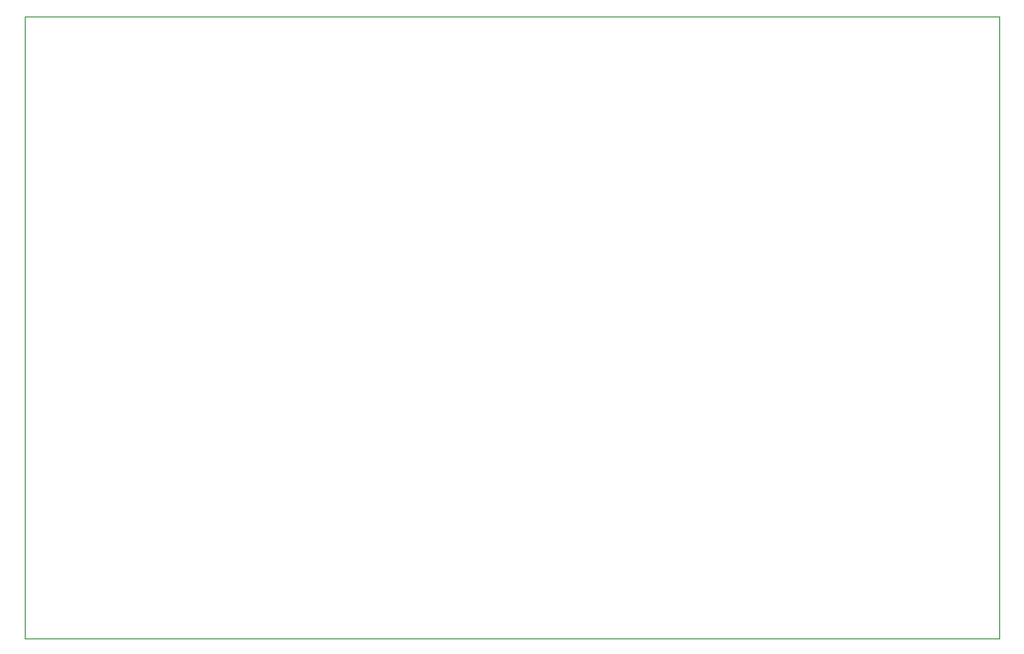
<source format=gbr>
%TF.GenerationSoftware,KiCad,Pcbnew,5.99.0+really5.1.10+dfsg1-1*%
%TF.CreationDate,2021-08-18T19:38:37+10:00*%
%TF.ProjectId,lcd,6c63642e-6b69-4636-9164-5f7063625858,rev?*%
%TF.SameCoordinates,Original*%
%TF.FileFunction,Profile,NP*%
%FSLAX46Y46*%
G04 Gerber Fmt 4.6, Leading zero omitted, Abs format (unit mm)*
G04 Created by KiCad (PCBNEW 5.99.0+really5.1.10+dfsg1-1) date 2021-08-18 19:38:37*
%MOMM*%
%LPD*%
G01*
G04 APERTURE LIST*
%TA.AperFunction,Profile*%
%ADD10C,0.050000*%
%TD*%
G04 APERTURE END LIST*
D10*
X150000000Y-30000000D02*
X150000000Y-87500000D01*
X60000000Y-87500000D02*
X60000000Y-30000000D01*
X150000000Y-87500000D02*
X60000000Y-87500000D01*
X60000000Y-30000000D02*
X150000000Y-30000000D01*
M02*

</source>
